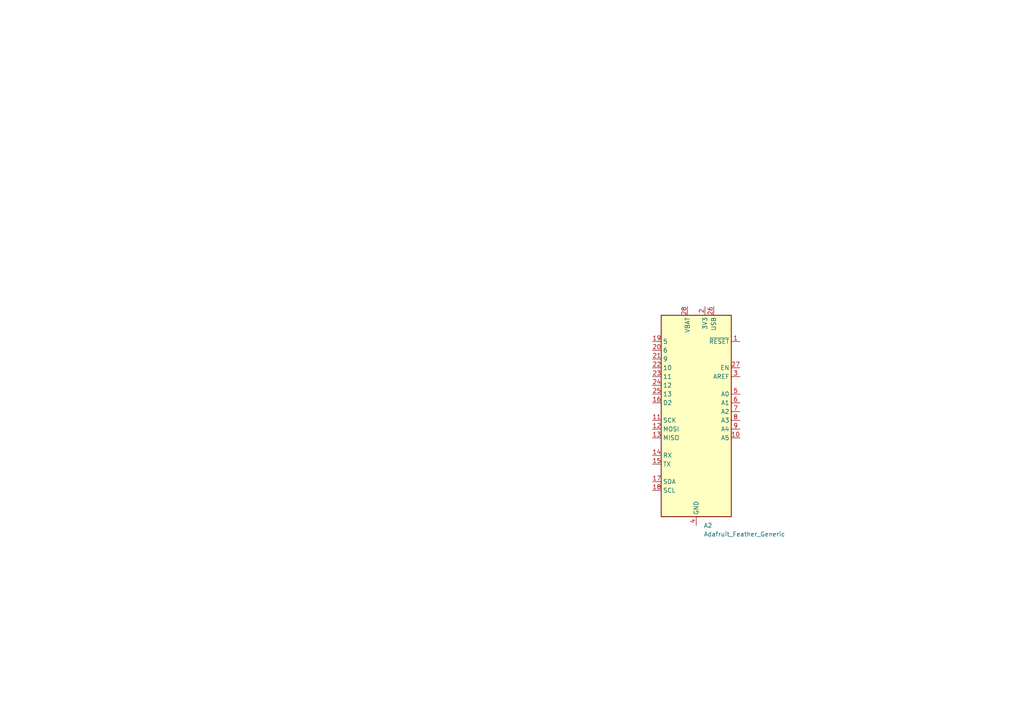
<source format=kicad_sch>
(kicad_sch (version 20250114) (generator "eeschema") (generator_version "9.0")
  (paper "A4")
  (lib_symbols
    (symbol "SenseMateLibrary:Adafruit_Feather_Generic"
      (property "Reference" "A" (at -10.16 29.21 0))
      (property "Value" "Adafruit_Feather_Generic" (at 2.54 -31.75 0))
      (symbol "Adafruit_Feather_Generic_0_1"
        (rectangle (start -10.16 27.94) (end 10.16 -30.48) (stroke (width 0.254)) (fill (type background)))
      )
      (symbol "Adafruit_Feather_Generic_1_1"
        (pin bidirectional line (at -12.7 20.32 0) (length 2.54) (name "5") (number "19"))
        (pin bidirectional line (at -12.7 17.78 0) (length 2.54) (name "6") (number "20"))
        (pin bidirectional line (at -12.7 15.24 0) (length 2.54) (name "9") (number "21"))
        (pin bidirectional line (at -12.7 12.7 0) (length 2.54) (name "10") (number "22"))
        (pin bidirectional line (at -12.7 10.16 0) (length 2.54) (name "11") (number "23"))
        (pin bidirectional line (at -12.7 7.62 0) (length 2.54) (name "12") (number "24"))
        (pin bidirectional line (at -12.7 5.08 0) (length 2.54) (name "13") (number "25"))
        (pin bidirectional line (at -12.7 2.54 0) (length 2.54) (name "D2") (number "16"))
        (pin bidirectional line (at -12.7 -2.54 0) (length 2.54) (name "SCK") (number "11"))
        (pin bidirectional line (at -12.7 -5.08 0) (length 2.54) (name "MOSI") (number "12"))
        (pin bidirectional line (at -12.7 -7.62 0) (length 2.54) (name "MISO") (number "13"))
        (pin bidirectional line (at -12.7 -12.7 0) (length 2.54) (name "RX") (number "14"))
        (pin bidirectional line (at -12.7 -15.24 0) (length 2.54) (name "TX") (number "15"))
        (pin bidirectional line (at -12.7 -20.32 0) (length 2.54) (name "SDA") (number "17"))
        (pin bidirectional line (at -12.7 -22.86 0) (length 2.54) (name "SCL") (number "18"))
        (pin power_in line (at -2.54 30.48 270) (length 2.54) (name "VBAT") (number "28"))
        (pin power_in line (at 0 -33.02 90) (length 2.54) (name "GND") (number "4"))
        (pin power_in line (at 2.54 30.48 270) (length 2.54) (name "3V3") (number "2"))
        (pin power_in line (at 5.08 30.48 270) (length 2.54) (name "USB") (number "26"))
        (pin input line (at 12.7 20.32 180) (length 2.54) (name "~{RESET}") (number "1"))
        (pin input line (at 12.7 12.7 180) (length 2.54) (name "EN") (number "27"))
        (pin input line (at 12.7 10.16 180) (length 2.54) (name "AREF") (number "3"))
        (pin bidirectional line (at 12.7 5.08 180) (length 2.54) (name "A0") (number "5"))
        (pin bidirectional line (at 12.7 2.54 180) (length 2.54) (name "A1") (number "6"))
        (pin bidirectional line (at 12.7 0 180) (length 2.54) (name "A2") (number "7"))
        (pin bidirectional line (at 12.7 -2.54 180) (length 2.54) (name "A3") (number "8"))
        (pin bidirectional line (at 12.7 -5.08 180) (length 2.54) (name "A4") (number "9"))
        (pin bidirectional line (at 12.7 -7.62 180) (length 2.54) (name "A5") (number "10"))
      )
    )
  )
  (symbol (lib_id "SenseMateLibrary:Adafruit_Feather_Generic") (at 201.93 119.38 0) (unit 1)
    (property "Reference" "A2" (at 204.0733 152.4 0) (effects (justify left)))
    (property "Value" "Adafruit_Feather_Generic" (at 204.0733 154.94 0) (effects (justify left)))
    (property "Footprint" "SenseMateLibrary:Adafruit_Feather_Sense" (effects (hide yes)))
    (property "Description" "Microcontroller module in various flavor, generic symbol" (effects (hide yes)))
  )
)
</source>
